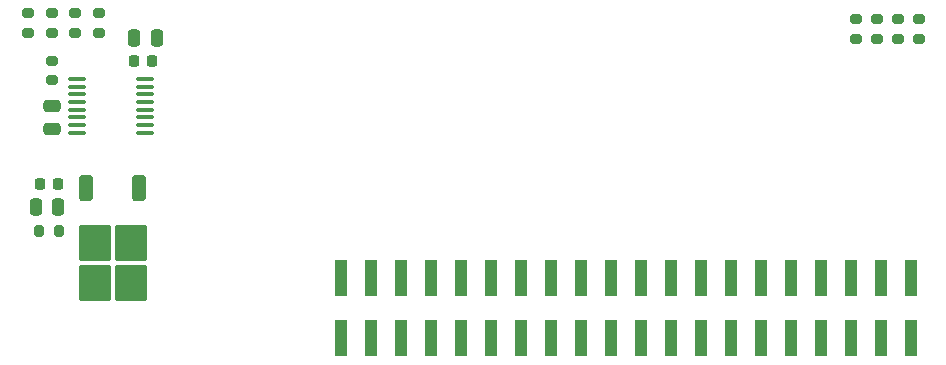
<source format=gbr>
%TF.GenerationSoftware,KiCad,Pcbnew,8.0.2*%
%TF.CreationDate,2024-06-02T13:55:41-07:00*%
%TF.ProjectId,RLS_PCBA,524c535f-5043-4424-912e-6b696361645f,rev?*%
%TF.SameCoordinates,Original*%
%TF.FileFunction,Paste,Bot*%
%TF.FilePolarity,Positive*%
%FSLAX46Y46*%
G04 Gerber Fmt 4.6, Leading zero omitted, Abs format (unit mm)*
G04 Created by KiCad (PCBNEW 8.0.2) date 2024-06-02 13:55:41*
%MOMM*%
%LPD*%
G01*
G04 APERTURE LIST*
G04 Aperture macros list*
%AMRoundRect*
0 Rectangle with rounded corners*
0 $1 Rounding radius*
0 $2 $3 $4 $5 $6 $7 $8 $9 X,Y pos of 4 corners*
0 Add a 4 corners polygon primitive as box body*
4,1,4,$2,$3,$4,$5,$6,$7,$8,$9,$2,$3,0*
0 Add four circle primitives for the rounded corners*
1,1,$1+$1,$2,$3*
1,1,$1+$1,$4,$5*
1,1,$1+$1,$6,$7*
1,1,$1+$1,$8,$9*
0 Add four rect primitives between the rounded corners*
20,1,$1+$1,$2,$3,$4,$5,0*
20,1,$1+$1,$4,$5,$6,$7,0*
20,1,$1+$1,$6,$7,$8,$9,0*
20,1,$1+$1,$8,$9,$2,$3,0*%
G04 Aperture macros list end*
%ADD10RoundRect,0.225000X0.225000X0.250000X-0.225000X0.250000X-0.225000X-0.250000X0.225000X-0.250000X0*%
%ADD11RoundRect,0.250000X0.250000X0.475000X-0.250000X0.475000X-0.250000X-0.475000X0.250000X-0.475000X0*%
%ADD12RoundRect,0.250000X-0.350000X0.850000X-0.350000X-0.850000X0.350000X-0.850000X0.350000X0.850000X0*%
%ADD13RoundRect,0.250000X-1.125000X1.275000X-1.125000X-1.275000X1.125000X-1.275000X1.125000X1.275000X0*%
%ADD14RoundRect,0.200000X-0.275000X0.200000X-0.275000X-0.200000X0.275000X-0.200000X0.275000X0.200000X0*%
%ADD15RoundRect,0.200000X0.275000X-0.200000X0.275000X0.200000X-0.275000X0.200000X-0.275000X-0.200000X0*%
%ADD16R,1.000000X3.150000*%
%ADD17RoundRect,0.200000X0.200000X0.275000X-0.200000X0.275000X-0.200000X-0.275000X0.200000X-0.275000X0*%
%ADD18RoundRect,0.250000X-0.475000X0.250000X-0.475000X-0.250000X0.475000X-0.250000X0.475000X0.250000X0*%
%ADD19RoundRect,0.100000X0.637500X0.100000X-0.637500X0.100000X-0.637500X-0.100000X0.637500X-0.100000X0*%
G04 APERTURE END LIST*
D10*
%TO.C,C2*%
X113168000Y-110694000D03*
X114718000Y-110694000D03*
%TD*%
D11*
%TO.C,C1*%
X113193000Y-108694000D03*
X115093000Y-108694000D03*
%TD*%
D12*
%TO.C,U2*%
X113615500Y-121444000D03*
D13*
X109810500Y-129419000D03*
X112860500Y-129419000D03*
X109810500Y-126069000D03*
X112860500Y-126069000D03*
D12*
X109055500Y-121444000D03*
%TD*%
D10*
%TO.C,C5*%
X105193000Y-121044000D03*
X106743000Y-121044000D03*
%TD*%
D14*
%TO.C,R9*%
X176022000Y-107125000D03*
X176022000Y-108775000D03*
%TD*%
D15*
%TO.C,R1*%
X110193000Y-106619000D03*
X110193000Y-108269000D03*
%TD*%
D14*
%TO.C,R8*%
X177800000Y-107125000D03*
X177800000Y-108775000D03*
%TD*%
D15*
%TO.C,R2*%
X106193000Y-110619000D03*
X106193000Y-112269000D03*
%TD*%
%TO.C,R4*%
X104193000Y-106619000D03*
X104193000Y-108269000D03*
%TD*%
%TO.C,R5*%
X108193000Y-106619000D03*
X108193000Y-108269000D03*
%TD*%
D14*
%TO.C,R10*%
X179578000Y-107125000D03*
X179578000Y-108775000D03*
%TD*%
D16*
%TO.C,J1*%
X130680000Y-129032000D03*
X130680000Y-134082000D03*
X133220000Y-129032000D03*
X133220000Y-134082000D03*
X135760000Y-129032000D03*
X135760000Y-134082000D03*
X138300000Y-129032000D03*
X138300000Y-134082000D03*
X140840000Y-129032000D03*
X140840000Y-134082000D03*
X143380000Y-129032000D03*
X143380000Y-134082000D03*
X145920000Y-129032000D03*
X145920000Y-134082000D03*
X148460000Y-129032000D03*
X148460000Y-134082000D03*
X151000000Y-129032000D03*
X151000000Y-134082000D03*
X153540000Y-129032000D03*
X153540000Y-134082000D03*
X156080000Y-129032000D03*
X156080000Y-134082000D03*
X158620000Y-129032000D03*
X158620000Y-134082000D03*
X161160000Y-129032000D03*
X161160000Y-134082000D03*
X163700000Y-129032000D03*
X163700000Y-134082000D03*
X166240000Y-129032000D03*
X166240000Y-134082000D03*
X168780000Y-129032000D03*
X168780000Y-134082000D03*
X171320000Y-129032000D03*
X171320000Y-134082000D03*
X173860000Y-129032000D03*
X173860000Y-134082000D03*
X176400000Y-129032000D03*
X176400000Y-134082000D03*
X178940000Y-129032000D03*
X178940000Y-134082000D03*
%TD*%
D17*
%TO.C,R3*%
X105143000Y-125044000D03*
X106793000Y-125044000D03*
%TD*%
D18*
%TO.C,C3*%
X106193000Y-116394000D03*
X106193000Y-114494000D03*
%TD*%
D15*
%TO.C,R6*%
X106193000Y-106619000D03*
X106193000Y-108269000D03*
%TD*%
D19*
%TO.C,U1*%
X108330500Y-112169000D03*
X108330500Y-112819000D03*
X108330500Y-113469000D03*
X108330500Y-114119000D03*
X108330500Y-114769000D03*
X108330500Y-115419000D03*
X108330500Y-116069000D03*
X108330500Y-116719000D03*
X114055500Y-116719000D03*
X114055500Y-116069000D03*
X114055500Y-115419000D03*
X114055500Y-114769000D03*
X114055500Y-114119000D03*
X114055500Y-113469000D03*
X114055500Y-112819000D03*
X114055500Y-112169000D03*
%TD*%
D14*
%TO.C,R7*%
X174244000Y-107125000D03*
X174244000Y-108775000D03*
%TD*%
D11*
%TO.C,C4*%
X104818000Y-123044000D03*
X106718000Y-123044000D03*
%TD*%
M02*

</source>
